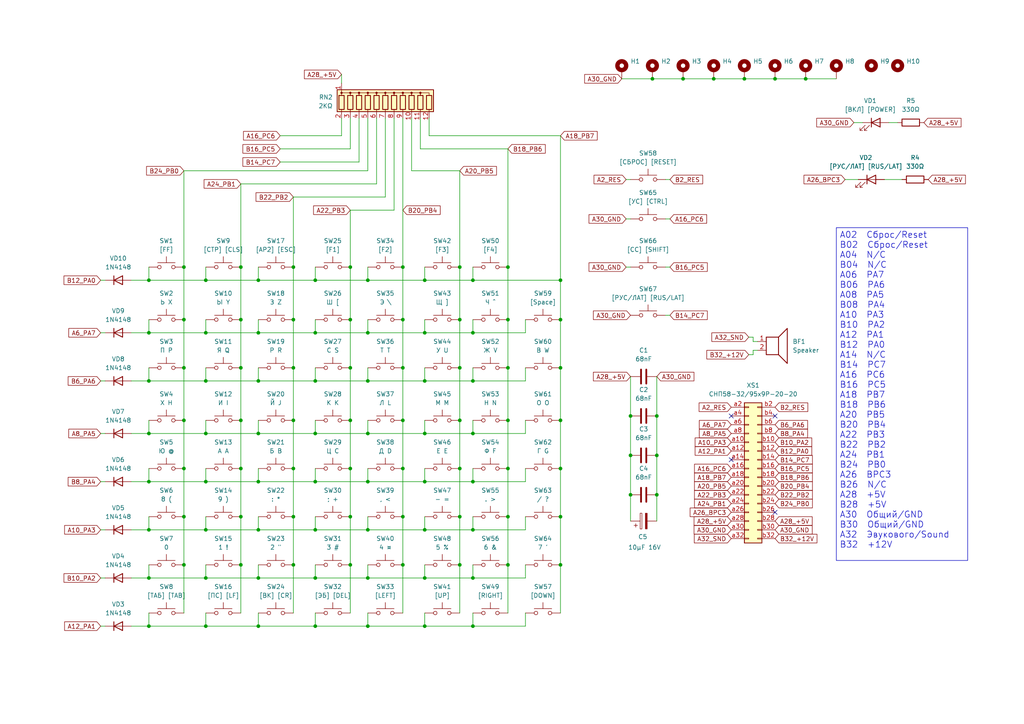
<source format=kicad_sch>
(kicad_sch (version 20250114) (generator "eeschema") (generator_version "9.0")
  (paper "A4")
  (title_block (title "Replacement Keyboad for УМПК-Р") (date "23-Mar-2025") (company "Brett Hallen") (comment 1 "www.youtube.com/@brfff"))
  (text_box "A02  Сброс/Reset\nB02  Сброс/Reset\nA04  N/C\nB04  N/C\nA06  PA7	\nB06  PA6\nA08  PA5\nB08  PA4\nA10  PA3\nB10  PA2\nA12  PA1\nB12  PA0\nA14  N/C\nB14  PC7\nA16  PC6\nB16  PC5\nA18  PB7\nB18  PB6\nA20  PB5\nB20  PB4\nA22  PB3\nB22  PB2\nA24  PB1\nB24  PB0\nA26  BPC3\nB26  N/C\nA28  +5V\nB28  +5V\nA30  Общий/GND\nB30  Общий/GND\nA32  Эвукового/Sound\nB32  +12V" (at 242.57 66.04 0) (size 38.1 96.52) (margins 0.9525 0.9525 0.9525 0.9525) (effects (font (size 1.8 1.8)) (justify left top)))
  (junction (at 85.09 106.68))
  (junction (at 106.68 81.28))
  (junction (at 43.18 81.28))
  (junction (at 69.85 106.68))
  (junction (at 137.16 81.28))
  (junction (at 162.56 135.89))
  (junction (at 91.44 125.73))
  (junction (at 147.32 163.83))
  (junction (at 43.18 110.49))
  (junction (at 91.44 153.67))
  (junction (at 137.16 139.7))
  (junction (at 53.34 106.68))
  (junction (at 69.85 149.86))
  (junction (at 106.68 181.61))
  (junction (at 59.69 110.49))
  (junction (at 116.84 121.92))
  (junction (at 116.84 92.71))
  (junction (at 215.9 22.86))
  (junction (at 74.93 125.73))
  (junction (at 91.44 110.49))
  (junction (at 69.85 77.47))
  (junction (at 43.18 153.67))
  (junction (at 116.84 135.89))
  (junction (at 59.69 139.7))
  (junction (at 101.6 135.89))
  (junction (at 43.18 167.64))
  (junction (at 101.6 149.86))
  (junction (at 101.6 163.83))
  (junction (at 59.69 181.61))
  (junction (at 91.44 139.7))
  (junction (at 133.35 149.86))
  (junction (at 53.34 163.83))
  (junction (at 53.34 121.92))
  (junction (at 116.84 149.86))
  (junction (at 123.19 181.61))
  (junction (at 162.56 81.28))
  (junction (at 74.93 167.64))
  (junction (at 74.93 96.52))
  (junction (at 147.32 77.47))
  (junction (at 224.79 22.86))
  (junction (at 137.16 110.49))
  (junction (at 190.5 143.51))
  (junction (at 106.68 110.49))
  (junction (at 43.18 139.7))
  (junction (at 85.09 149.86))
  (junction (at 137.16 96.52))
  (junction (at 162.56 92.71))
  (junction (at 147.32 92.71))
  (junction (at 147.32 149.86))
  (junction (at 147.32 121.92))
  (junction (at 182.88 120.65))
  (junction (at 59.69 96.52))
  (junction (at 123.19 96.52))
  (junction (at 85.09 121.92))
  (junction (at 116.84 163.83))
  (junction (at 182.88 143.51))
  (junction (at 162.56 106.68))
  (junction (at 162.56 163.83))
  (junction (at 101.6 121.92))
  (junction (at 133.35 121.92))
  (junction (at 43.18 181.61))
  (junction (at 116.84 106.68))
  (junction (at 101.6 92.71))
  (junction (at 91.44 181.61))
  (junction (at 207.01 22.86))
  (junction (at 74.93 81.28))
  (junction (at 116.84 77.47))
  (junction (at 69.85 163.83))
  (junction (at 233.68 22.86))
  (junction (at 123.19 167.64))
  (junction (at 69.85 92.71))
  (junction (at 91.44 167.64))
  (junction (at 137.16 153.67))
  (junction (at 91.44 81.28))
  (junction (at 69.85 135.89))
  (junction (at 59.69 153.67))
  (junction (at 74.93 181.61))
  (junction (at 106.68 153.67))
  (junction (at 123.19 153.67))
  (junction (at 162.56 149.86))
  (junction (at 43.18 96.52))
  (junction (at 53.34 77.47))
  (junction (at 59.69 81.28))
  (junction (at 123.19 81.28))
  (junction (at 53.34 149.86))
  (junction (at 162.56 121.92))
  (junction (at 123.19 139.7))
  (junction (at 190.5 132.08))
  (junction (at 74.93 110.49))
  (junction (at 123.19 110.49))
  (junction (at 133.35 135.89))
  (junction (at 85.09 163.83))
  (junction (at 133.35 77.47))
  (junction (at 101.6 106.68))
  (junction (at 106.68 167.64))
  (junction (at 59.69 167.64))
  (junction (at 69.85 121.92))
  (junction (at 147.32 106.68))
  (junction (at 147.32 135.89))
  (junction (at 85.09 92.71))
  (junction (at 133.35 106.68))
  (junction (at 106.68 125.73))
  (junction (at 91.44 96.52))
  (junction (at 53.34 135.89))
  (junction (at 85.09 135.89))
  (junction (at 74.93 139.7))
  (junction (at 182.88 132.08))
  (junction (at 133.35 163.83))
  (junction (at 101.6 77.47))
  (junction (at 53.34 92.71))
  (junction (at 106.68 139.7))
  (junction (at 137.16 125.73))
  (junction (at 85.09 77.47))
  (junction (at 137.16 167.64))
  (junction (at 189.23 22.86))
  (junction (at 137.16 181.61))
  (junction (at 43.18 125.73))
  (junction (at 123.19 125.73))
  (junction (at 59.69 125.73))
  (junction (at 190.5 120.65))
  (junction (at 133.35 92.71))
  (junction (at 198.12 22.86))
  (junction (at 74.93 153.67))
  (junction (at 106.68 96.52))
  (no_connect (at 224.79 148.59))
  (no_connect (at 224.79 120.65))
  (no_connect (at 212.09 120.65))
  (no_connect (at 212.09 133.35))
  (wire (pts (xy 74.93 106.68) (xy 74.93 110.49)))
  (wire (pts (xy 85.09 149.86) (xy 85.09 163.83)))
  (wire (pts (xy 147.32 43.18) (xy 147.32 77.47)))
  (wire (pts (xy 123.19 121.92) (xy 123.19 125.73)))
  (wire (pts (xy 147.32 149.86) (xy 147.32 163.83)))
  (wire (pts (xy 43.18 135.89) (xy 43.18 139.7)))
  (wire (pts (xy 101.6 77.47) (xy 101.6 60.96)))
  (wire (pts (xy 180.34 22.86) (xy 189.23 22.86)))
  (wire (pts (xy 106.68 49.53) (xy 53.34 49.53)))
  (wire (pts (xy 106.68 153.67) (xy 123.19 153.67)))
  (wire (pts (xy 137.16 163.83) (xy 137.16 167.64)))
  (wire (pts (xy 43.18 167.64) (xy 59.69 167.64)))
  (wire (pts (xy 137.16 121.92) (xy 137.16 125.73)))
  (wire (pts (xy 91.44 177.8) (xy 91.44 181.61)))
  (wire (pts (xy 85.09 77.47) (xy 85.09 57.15)))
  (wire (pts (xy 53.34 163.83) (xy 53.34 177.8)))
  (wire (pts (xy 101.6 149.86) (xy 101.6 163.83)))
  (wire (pts (xy 29.21 167.64) (xy 30.48 167.64)))
  (wire (pts (xy 162.56 163.83) (xy 162.56 177.8)))
  (wire (pts (xy 38.1 96.52) (xy 43.18 96.52)))
  (wire (pts (xy 81.28 46.99) (xy 104.14 46.99)))
  (wire (pts (xy 38.1 110.49) (xy 43.18 110.49)))
  (wire (pts (xy 116.84 92.71) (xy 116.84 106.68)))
  (wire (pts (xy 116.84 149.86) (xy 116.84 163.83)))
  (wire (pts (xy 43.18 125.73) (xy 59.69 125.73)))
  (wire (pts (xy 162.56 39.37) (xy 162.56 81.28)))
  (wire (pts (xy 215.9 22.86) (xy 224.79 22.86)))
  (wire (pts (xy 133.35 121.92) (xy 133.35 135.89)))
  (wire (pts (xy 152.4 181.61) (xy 152.4 177.8)))
  (wire (pts (xy 69.85 149.86) (xy 69.85 163.83)))
  (wire (pts (xy 106.68 34.29) (xy 106.68 49.53)))
  (wire (pts (xy 85.09 121.92) (xy 85.09 135.89)))
  (wire (pts (xy 53.34 121.92) (xy 53.34 135.89)))
  (wire (pts (xy 59.69 139.7) (xy 74.93 139.7)))
  (wire (pts (xy 162.56 81.28) (xy 162.56 92.71)))
  (wire (pts (xy 124.46 39.37) (xy 162.56 39.37)))
  (wire (pts (xy 69.85 53.34) (xy 109.22 53.34)))
  (wire (pts (xy 137.16 135.89) (xy 137.16 139.7)))
  (wire (pts (xy 193.04 91.44) (xy 194.31 91.44)))
  (wire (pts (xy 85.09 135.89) (xy 85.09 149.86)))
  (wire (pts (xy 137.16 149.86) (xy 137.16 153.67)))
  (wire (pts (xy 162.56 106.68) (xy 162.56 121.92)))
  (wire (pts (xy 137.16 181.61) (xy 152.4 181.61)))
  (wire (pts (xy 43.18 153.67) (xy 59.69 153.67)))
  (wire (pts (xy 74.93 163.83) (xy 74.93 167.64)))
  (wire (pts (xy 91.44 92.71) (xy 91.44 96.52)))
  (wire (pts (xy 133.35 163.83) (xy 133.35 177.8)))
  (wire (pts (xy 59.69 149.86) (xy 59.69 153.67)))
  (wire (pts (xy 59.69 181.61) (xy 74.93 181.61)))
  (wire (pts (xy 114.3 60.96) (xy 114.3 34.29)))
  (wire (pts (xy 101.6 92.71) (xy 101.6 106.68)))
  (wire (pts (xy 91.44 81.28) (xy 106.68 81.28)))
  (wire (pts (xy 162.56 121.92) (xy 162.56 135.89)))
  (wire (pts (xy 147.32 135.89) (xy 147.32 149.86)))
  (wire (pts (xy 116.84 163.83) (xy 116.84 177.8)))
  (wire (pts (xy 116.84 77.47) (xy 116.84 92.71)))
  (wire (pts (xy 194.31 63.5) (xy 193.04 63.5)))
  (wire (pts (xy 106.68 139.7) (xy 123.19 139.7)))
  (wire (pts (xy 137.16 153.67) (xy 152.4 153.67)))
  (wire (pts (xy 43.18 121.92) (xy 43.18 125.73)))
  (wire (pts (xy 218.44 102.87) (xy 218.44 101.6)))
  (wire (pts (xy 147.32 121.92) (xy 147.32 135.89)))
  (wire (pts (xy 74.93 121.92) (xy 74.93 125.73)))
  (wire (pts (xy 38.1 181.61) (xy 43.18 181.61)))
  (wire (pts (xy 101.6 135.89) (xy 101.6 149.86)))
  (wire (pts (xy 29.21 96.52) (xy 30.48 96.52)))
  (wire (pts (xy 106.68 125.73) (xy 123.19 125.73)))
  (wire (pts (xy 137.16 110.49) (xy 152.4 110.49)))
  (wire (pts (xy 69.85 106.68) (xy 69.85 121.92)))
  (wire (pts (xy 106.68 167.64) (xy 123.19 167.64)))
  (wire (pts (xy 152.4 125.73) (xy 152.4 121.92)))
  (wire (pts (xy 38.1 139.7) (xy 43.18 139.7)))
  (wire (pts (xy 218.44 99.06) (xy 219.71 99.06)))
  (wire (pts (xy 59.69 125.73) (xy 74.93 125.73)))
  (wire (pts (xy 53.34 92.71) (xy 53.34 106.68)))
  (wire (pts (xy 152.4 110.49) (xy 152.4 106.68)))
  (wire (pts (xy 123.19 96.52) (xy 137.16 96.52)))
  (wire (pts (xy 106.68 149.86) (xy 106.68 153.67)))
  (wire (pts (xy 69.85 121.92) (xy 69.85 135.89)))
  (wire (pts (xy 123.19 135.89) (xy 123.19 139.7)))
  (wire (pts (xy 91.44 121.92) (xy 91.44 125.73)))
  (wire (pts (xy 133.35 135.89) (xy 133.35 149.86)))
  (wire (pts (xy 106.68 110.49) (xy 123.19 110.49)))
  (wire (pts (xy 106.68 96.52) (xy 123.19 96.52)))
  (wire (pts (xy 133.35 106.68) (xy 133.35 121.92)))
  (wire (pts (xy 182.88 120.65) (xy 182.88 132.08)))
  (wire (pts (xy 29.21 110.49) (xy 30.48 110.49)))
  (wire (pts (xy 123.19 167.64) (xy 137.16 167.64)))
  (wire (pts (xy 162.56 135.89) (xy 162.56 149.86)))
  (wire (pts (xy 91.44 181.61) (xy 106.68 181.61)))
  (wire (pts (xy 43.18 139.7) (xy 59.69 139.7)))
  (wire (pts (xy 53.34 49.53) (xy 53.34 77.47)))
  (wire (pts (xy 59.69 92.71) (xy 59.69 96.52)))
  (wire (pts (xy 124.46 39.37) (xy 124.46 34.29)))
  (wire (pts (xy 74.93 177.8) (xy 74.93 181.61)))
  (wire (pts (xy 106.68 181.61) (xy 123.19 181.61)))
  (wire (pts (xy 69.85 135.89) (xy 69.85 149.86)))
  (wire (pts (xy 69.85 163.83) (xy 69.85 177.8)))
  (wire (pts (xy 123.19 139.7) (xy 137.16 139.7)))
  (wire (pts (xy 106.68 92.71) (xy 106.68 96.52)))
  (wire (pts (xy 116.84 135.89) (xy 116.84 149.86)))
  (wire (pts (xy 116.84 121.92) (xy 116.84 135.89)))
  (wire (pts (xy 29.21 125.73) (xy 30.48 125.73)))
  (wire (pts (xy 137.16 177.8) (xy 137.16 181.61)))
  (wire (pts (xy 250.19 35.56) (xy 247.65 35.56)))
  (wire (pts (xy 217.17 102.87) (xy 218.44 102.87)))
  (wire (pts (xy 190.5 132.08) (xy 190.5 143.51)))
  (wire (pts (xy 101.6 106.68) (xy 101.6 121.92)))
  (wire (pts (xy 74.93 149.86) (xy 74.93 153.67)))
  (wire (pts (xy 91.44 110.49) (xy 106.68 110.49)))
  (wire (pts (xy 248.92 52.07) (xy 245.11 52.07)))
  (wire (pts (xy 29.21 81.28) (xy 30.48 81.28)))
  (wire (pts (xy 218.44 101.6) (xy 219.71 101.6)))
  (wire (pts (xy 257.81 35.56) (xy 260.35 35.56)))
  (wire (pts (xy 59.69 106.68) (xy 59.69 110.49)))
  (wire (pts (xy 74.93 167.64) (xy 91.44 167.64)))
  (wire (pts (xy 101.6 163.83) (xy 101.6 177.8)))
  (wire (pts (xy 43.18 81.28) (xy 59.69 81.28)))
  (wire (pts (xy 74.93 96.52) (xy 91.44 96.52)))
  (wire (pts (xy 74.93 135.89) (xy 74.93 139.7)))
  (wire (pts (xy 137.16 92.71) (xy 137.16 96.52)))
  (wire (pts (xy 207.01 22.86) (xy 215.9 22.86)))
  (wire (pts (xy 69.85 77.47) (xy 69.85 92.71)))
  (wire (pts (xy 109.22 53.34) (xy 109.22 34.29)))
  (wire (pts (xy 137.16 139.7) (xy 152.4 139.7)))
  (wire (pts (xy 123.19 77.47) (xy 123.19 81.28)))
  (wire (pts (xy 69.85 77.47) (xy 69.85 53.34)))
  (wire (pts (xy 218.44 97.79) (xy 218.44 99.06)))
  (wire (pts (xy 121.92 43.18) (xy 147.32 43.18)))
  (wire (pts (xy 59.69 96.52) (xy 74.93 96.52)))
  (wire (pts (xy 133.35 77.47) (xy 133.35 92.71)))
  (wire (pts (xy 256.54 52.07) (xy 261.62 52.07)))
  (wire (pts (xy 147.32 163.83) (xy 147.32 177.8)))
  (wire (pts (xy 121.92 34.29) (xy 121.92 43.18)))
  (wire (pts (xy 137.16 81.28) (xy 162.56 81.28)))
  (wire (pts (xy 133.35 49.53) (xy 133.35 77.47)))
  (wire (pts (xy 74.93 110.49) (xy 91.44 110.49)))
  (wire (pts (xy 59.69 135.89) (xy 59.69 139.7)))
  (wire (pts (xy 85.09 163.83) (xy 85.09 177.8)))
  (wire (pts (xy 123.19 163.83) (xy 123.19 167.64)))
  (wire (pts (xy 147.32 77.47) (xy 147.32 92.71)))
  (wire (pts (xy 99.06 39.37) (xy 81.28 39.37)))
  (wire (pts (xy 85.09 77.47) (xy 85.09 92.71)))
  (wire (pts (xy 91.44 125.73) (xy 106.68 125.73)))
  (wire (pts (xy 116.84 106.68) (xy 116.84 121.92)))
  (wire (pts (xy 91.44 135.89) (xy 91.44 139.7)))
  (wire (pts (xy 59.69 163.83) (xy 59.69 167.64)))
  (wire (pts (xy 101.6 121.92) (xy 101.6 135.89)))
  (wire (pts (xy 194.31 52.07) (xy 193.04 52.07)))
  (wire (pts (xy 53.34 77.47) (xy 53.34 92.71)))
  (wire (pts (xy 91.44 106.68) (xy 91.44 110.49)))
  (wire (pts (xy 152.4 167.64) (xy 152.4 163.83)))
  (wire (pts (xy 74.93 153.67) (xy 91.44 153.67)))
  (wire (pts (xy 74.93 81.28) (xy 91.44 81.28)))
  (wire (pts (xy 43.18 106.68) (xy 43.18 110.49)))
  (wire (pts (xy 152.4 139.7) (xy 152.4 135.89)))
  (wire (pts (xy 106.68 81.28) (xy 123.19 81.28)))
  (wire (pts (xy 152.4 153.67) (xy 152.4 149.86)))
  (wire (pts (xy 101.6 43.18) (xy 81.28 43.18)))
  (wire (pts (xy 123.19 153.67) (xy 137.16 153.67)))
  (wire (pts (xy 59.69 153.67) (xy 74.93 153.67)))
  (wire (pts (xy 106.68 106.68) (xy 106.68 110.49)))
  (wire (pts (xy 29.21 139.7) (xy 30.48 139.7)))
  (wire (pts (xy 43.18 92.71) (xy 43.18 96.52)))
  (wire (pts (xy 181.61 63.5) (xy 182.88 63.5)))
  (wire (pts (xy 59.69 177.8) (xy 59.69 181.61)))
  (wire (pts (xy 85.09 92.71) (xy 85.09 106.68)))
  (wire (pts (xy 198.12 22.86) (xy 207.01 22.86)))
  (wire (pts (xy 91.44 139.7) (xy 106.68 139.7)))
  (wire (pts (xy 59.69 81.28) (xy 74.93 81.28)))
  (wire (pts (xy 147.32 106.68) (xy 147.32 121.92)))
  (wire (pts (xy 59.69 77.47) (xy 59.69 81.28)))
  (wire (pts (xy 43.18 177.8) (xy 43.18 181.61)))
  (wire (pts (xy 53.34 149.86) (xy 53.34 163.83)))
  (wire (pts (xy 59.69 110.49) (xy 74.93 110.49)))
  (wire (pts (xy 152.4 96.52) (xy 152.4 92.71)))
  (wire (pts (xy 74.93 125.73) (xy 91.44 125.73)))
  (wire (pts (xy 53.34 135.89) (xy 53.34 149.86)))
  (wire (pts (xy 123.19 181.61) (xy 137.16 181.61)))
  (wire (pts (xy 106.68 135.89) (xy 106.68 139.7)))
  (wire (pts (xy 74.93 92.71) (xy 74.93 96.52)))
  (wire (pts (xy 91.44 153.67) (xy 106.68 153.67)))
  (wire (pts (xy 137.16 167.64) (xy 152.4 167.64)))
  (wire (pts (xy 91.44 149.86) (xy 91.44 153.67)))
  (wire (pts (xy 43.18 77.47) (xy 43.18 81.28)))
  (wire (pts (xy 106.68 77.47) (xy 106.68 81.28)))
  (wire (pts (xy 111.76 57.15) (xy 111.76 34.29)))
  (wire (pts (xy 123.19 177.8) (xy 123.19 181.61)))
  (wire (pts (xy 137.16 106.68) (xy 137.16 110.49)))
  (wire (pts (xy 119.38 49.53) (xy 133.35 49.53)))
  (wire (pts (xy 181.61 52.07) (xy 182.88 52.07)))
  (wire (pts (xy 104.14 34.29) (xy 104.14 46.99)))
  (wire (pts (xy 74.93 139.7) (xy 91.44 139.7)))
  (wire (pts (xy 224.79 22.86) (xy 233.68 22.86)))
  (wire (pts (xy 137.16 96.52) (xy 152.4 96.52)))
  (wire (pts (xy 123.19 81.28) (xy 137.16 81.28)))
  (wire (pts (xy 123.19 149.86) (xy 123.19 153.67)))
  (wire (pts (xy 181.61 77.47) (xy 182.88 77.47)))
  (wire (pts (xy 69.85 92.71) (xy 69.85 106.68)))
  (wire (pts (xy 91.44 77.47) (xy 91.44 81.28)))
  (wire (pts (xy 106.68 121.92) (xy 106.68 125.73)))
  (wire (pts (xy 190.5 109.22) (xy 190.5 120.65)))
  (wire (pts (xy 91.44 163.83) (xy 91.44 167.64)))
  (wire (pts (xy 91.44 96.52) (xy 106.68 96.52)))
  (wire (pts (xy 123.19 106.68) (xy 123.19 110.49)))
  (wire (pts (xy 106.68 177.8) (xy 106.68 181.61)))
  (wire (pts (xy 147.32 92.71) (xy 147.32 106.68)))
  (wire (pts (xy 189.23 22.86) (xy 198.12 22.86)))
  (wire (pts (xy 29.21 181.61) (xy 30.48 181.61)))
  (wire (pts (xy 101.6 77.47) (xy 101.6 92.71)))
  (wire (pts (xy 29.21 153.67) (xy 30.48 153.67)))
  (wire (pts (xy 233.68 22.86) (xy 242.57 22.86)))
  (wire (pts (xy 53.34 106.68) (xy 53.34 121.92)))
  (wire (pts (xy 43.18 149.86) (xy 43.18 153.67)))
  (wire (pts (xy 116.84 34.29) (xy 116.84 77.47)))
  (wire (pts (xy 123.19 110.49) (xy 137.16 110.49)))
  (wire (pts (xy 38.1 167.64) (xy 43.18 167.64)))
  (wire (pts (xy 99.06 34.29) (xy 99.06 39.37)))
  (wire (pts (xy 137.16 125.73) (xy 152.4 125.73)))
  (wire (pts (xy 85.09 57.15) (xy 111.76 57.15)))
  (wire (pts (xy 85.09 106.68) (xy 85.09 121.92)))
  (wire (pts (xy 182.88 132.08) (xy 182.88 143.51)))
  (wire (pts (xy 99.06 21.59) (xy 99.06 24.13)))
  (wire (pts (xy 101.6 60.96) (xy 114.3 60.96)))
  (wire (pts (xy 106.68 163.83) (xy 106.68 167.64)))
  (wire (pts (xy 43.18 110.49) (xy 59.69 110.49)))
  (wire (pts (xy 133.35 149.86) (xy 133.35 163.83)))
  (wire (pts (xy 194.31 77.47) (xy 193.04 77.47)))
  (wire (pts (xy 59.69 167.64) (xy 74.93 167.64)))
  (wire (pts (xy 123.19 125.73) (xy 137.16 125.73)))
  (wire (pts (xy 182.88 109.22) (xy 182.88 120.65)))
  (wire (pts (xy 119.38 34.29) (xy 119.38 49.53)))
  (wire (pts (xy 74.93 181.61) (xy 91.44 181.61)))
  (wire (pts (xy 38.1 153.67) (xy 43.18 153.67)))
  (wire (pts (xy 162.56 149.86) (xy 162.56 163.83)))
  (wire (pts (xy 162.56 92.71) (xy 162.56 106.68)))
  (wire (pts (xy 59.69 121.92) (xy 59.69 125.73)))
  (wire (pts (xy 182.88 143.51) (xy 182.88 151.13)))
  (wire (pts (xy 74.93 77.47) (xy 74.93 81.28)))
  (wire (pts (xy 133.35 92.71) (xy 133.35 106.68)))
  (wire (pts (xy 43.18 163.83) (xy 43.18 167.64)))
  (wire (pts (xy 190.5 143.51) (xy 190.5 151.13)))
  (wire (pts (xy 38.1 125.73) (xy 43.18 125.73)))
  (wire (pts (xy 43.18 181.61) (xy 59.69 181.61)))
  (wire (pts (xy 43.18 96.52) (xy 59.69 96.52)))
  (wire (pts (xy 123.19 92.71) (xy 123.19 96.52)))
  (wire (pts (xy 217.17 97.79) (xy 218.44 97.79)))
  (wire (pts (xy 38.1 81.28) (xy 43.18 81.28)))
  (wire (pts (xy 91.44 167.64) (xy 106.68 167.64)))
  (wire (pts (xy 101.6 34.29) (xy 101.6 43.18)))
  (wire (pts (xy 137.16 77.47) (xy 137.16 81.28)))
  (wire (pts (xy 190.5 120.65) (xy 190.5 132.08)))
  (global_label "B12_PA0" (shape input) (at 224.79 130.81 0) (property "Intersheetrefs" "${INTERSHEET_REFS}" (effects (hide yes))))
  (global_label "A16_PC6" (shape input) (at 212.09 135.89 180) (property "Intersheetrefs" "${INTERSHEET_REFS}" (effects (hide yes))))
  (global_label "B32_+12V" (shape input) (at 224.79 156.21 0) (property "Intersheetrefs" "${INTERSHEET_REFS}" (effects (hide yes))))
  (global_label "A22_PB3" (shape input) (at 101.6 60.96 180) (property "Intersheetrefs" "${INTERSHEET_REFS}" (effects (hide yes))))
  (global_label "A6_PA7" (shape input) (at 212.09 123.19 180) (property "Intersheetrefs" "${INTERSHEET_REFS}" (effects (hide yes))))
  (global_label "A32_SND" (shape input) (at 212.09 156.21 180) (property "Intersheetrefs" "${INTERSHEET_REFS}" (effects (hide yes))))
  (global_label "B24_PB0" (shape input) (at 53.34 49.53 180) (property "Intersheetrefs" "${INTERSHEET_REFS}" (effects (hide yes))))
  (global_label "A30_GND" (shape input) (at 212.09 153.67 180) (property "Intersheetrefs" "${INTERSHEET_REFS}" (effects (hide yes))))
  (global_label "B2_RES" (shape input) (at 194.31 52.07 0) (property "Intersheetrefs" "${INTERSHEET_REFS}" (effects (hide yes))))
  (global_label "A26_BPC3" (shape input) (at 245.11 52.07 180) (property "Intersheetrefs" "${INTERSHEET_REFS}" (effects (hide yes))))
  (global_label "B20_PB4" (shape input) (at 224.79 140.97 0) (property "Intersheetrefs" "${INTERSHEET_REFS}" (effects (hide yes))))
  (global_label "B18_PB6" (shape input) (at 224.79 138.43 0) (property "Intersheetrefs" "${INTERSHEET_REFS}" (effects (hide yes))))
  (global_label "B20_PB4" (shape input) (at 116.84 60.96 0) (property "Intersheetrefs" "${INTERSHEET_REFS}" (effects (hide yes))))
  (global_label "A2_RES" (shape input) (at 212.09 118.11 180) (property "Intersheetrefs" "${INTERSHEET_REFS}" (effects (hide yes))))
  (global_label "A2_RES" (shape input) (at 181.61 52.07 180) (property "Intersheetrefs" "${INTERSHEET_REFS}" (effects (hide yes))))
  (global_label "B14_PC7" (shape input) (at 81.28 46.99 180) (property "Intersheetrefs" "${INTERSHEET_REFS}" (effects (hide yes))))
  (global_label "A30_GND" (shape input) (at 181.61 77.47 180) (property "Intersheetrefs" "${INTERSHEET_REFS}" (effects (hide yes))))
  (global_label "A10_PA3" (shape input) (at 29.21 153.67 180) (property "Intersheetrefs" "${INTERSHEET_REFS}" (effects (hide yes))))
  (global_label "B16_PC5" (shape input) (at 194.31 77.47 0) (property "Intersheetrefs" "${INTERSHEET_REFS}" (effects (hide yes))))
  (global_label "A28_+5V" (shape input) (at 224.79 151.13 0) (property "Intersheetrefs" "${INTERSHEET_REFS}" (effects (hide yes))))
  (global_label "B14_PC7" (shape input) (at 224.79 133.35 0) (property "Intersheetrefs" "${INTERSHEET_REFS}" (effects (hide yes))))
  (global_label "B12_PA0" (shape input) (at 29.21 81.28 180) (property "Intersheetrefs" "${INTERSHEET_REFS}" (effects (hide yes))))
  (global_label "A6_PA7" (shape input) (at 29.21 96.52 180) (property "Intersheetrefs" "${INTERSHEET_REFS}" (effects (hide yes))))
  (global_label "A18_PB7" (shape input) (at 162.56 39.37 0) (property "Intersheetrefs" "${INTERSHEET_REFS}" (effects (hide yes))))
  (global_label "B24_PB0" (shape input) (at 224.79 146.05 0) (property "Intersheetrefs" "${INTERSHEET_REFS}" (effects (hide yes))))
  (global_label "A12_PA1" (shape input) (at 29.21 181.61 180) (property "Intersheetrefs" "${INTERSHEET_REFS}" (effects (hide yes))))
  (global_label "A28_+5V" (shape input) (at 269.24 52.07 0) (property "Intersheetrefs" "${INTERSHEET_REFS}" (effects (hide yes))))
  (global_label "B22_PB2" (shape input) (at 224.79 143.51 0) (property "Intersheetrefs" "${INTERSHEET_REFS}" (effects (hide yes))))
  (global_label "B8_PA4" (shape input) (at 29.21 139.7 180) (property "Intersheetrefs" "${INTERSHEET_REFS}" (effects (hide yes))))
  (global_label "B2_RES" (shape input) (at 224.79 118.11 0) (property "Intersheetrefs" "${INTERSHEET_REFS}" (effects (hide yes))))
  (global_label "A28_+5V" (shape input) (at 267.97 35.56 0) (property "Intersheetrefs" "${INTERSHEET_REFS}" (effects (hide yes))))
  (global_label "A20_PB5" (shape input) (at 133.35 49.53 0) (property "Intersheetrefs" "${INTERSHEET_REFS}" (effects (hide yes))))
  (global_label "A24_PB1" (shape input) (at 69.85 53.34 180) (property "Intersheetrefs" "${INTERSHEET_REFS}" (effects (hide yes))))
  (global_label "A30_GND" (shape input) (at 180.34 22.86 180) (property "Intersheetrefs" "${INTERSHEET_REFS}" (effects (hide yes))))
  (global_label "B18_PB6" (shape input) (at 147.32 43.18 0) (property "Intersheetrefs" "${INTERSHEET_REFS}" (effects (hide yes))))
  (global_label "A16_PC6" (shape input) (at 81.28 39.37 180) (property "Intersheetrefs" "${INTERSHEET_REFS}" (effects (hide yes))))
  (global_label "B32_+12V" (shape input) (at 217.17 102.87 180) (property "Intersheetrefs" "${INTERSHEET_REFS}" (effects (hide yes))))
  (global_label "A30_GND" (shape input) (at 190.5 109.22 0) (property "Intersheetrefs" "${INTERSHEET_REFS}" (effects (hide yes))))
  (global_label "A26_BPC3" (shape input) (at 212.09 148.59 180) (property "Intersheetrefs" "${INTERSHEET_REFS}" (effects (hide yes))))
  (global_label "A12_PA1" (shape input) (at 212.09 130.81 180) (property "Intersheetrefs" "${INTERSHEET_REFS}" (effects (hide yes))))
  (global_label "A20_PB5" (shape input) (at 212.09 140.97 180) (property "Intersheetrefs" "${INTERSHEET_REFS}" (effects (hide yes))))
  (global_label "A30_GND" (shape input) (at 247.65 35.56 180) (property "Intersheetrefs" "${INTERSHEET_REFS}" (effects (hide yes))))
  (global_label "B22_PB2" (shape input) (at 85.09 57.15 180) (property "Intersheetrefs" "${INTERSHEET_REFS}" (effects (hide yes))))
  (global_label "B16_PC5" (shape input) (at 224.79 135.89 0) (property "Intersheetrefs" "${INTERSHEET_REFS}" (effects (hide yes))))
  (global_label "A28_+5V" (shape input) (at 99.06 21.59 180) (property "Intersheetrefs" "${INTERSHEET_REFS}" (effects (hide yes))))
  (global_label "A24_PB1" (shape input) (at 212.09 146.05 180) (property "Intersheetrefs" "${INTERSHEET_REFS}" (effects (hide yes))))
  (global_label "A30_GND" (shape input) (at 182.88 91.44 180) (property "Intersheetrefs" "${INTERSHEET_REFS}" (effects (hide yes))))
  (global_label "A30_GND" (shape input) (at 181.61 63.5 180) (property "Intersheetrefs" "${INTERSHEET_REFS}" (effects (hide yes))))
  (global_label "B8_PA4" (shape input) (at 224.79 125.73 0) (property "Intersheetrefs" "${INTERSHEET_REFS}" (effects (hide yes))))
  (global_label "A28_+5V" (shape input) (at 182.88 109.22 180) (property "Intersheetrefs" "${INTERSHEET_REFS}" (effects (hide yes))))
  (global_label "A28_+5V" (shape input) (at 212.09 151.13 180) (property "Intersheetrefs" "${INTERSHEET_REFS}" (effects (hide yes))))
  (global_label "A18_PB7" (shape input) (at 212.09 138.43 180) (property "Intersheetrefs" "${INTERSHEET_REFS}" (effects (hide yes))))
  (global_label "A32_SND" (shape input) (at 217.17 97.79 180) (property "Intersheetrefs" "${INTERSHEET_REFS}" (effects (hide yes))))
  (global_label "A16_PC6" (shape input) (at 194.31 63.5 0) (property "Intersheetrefs" "${INTERSHEET_REFS}" (effects (hide yes))))
  (global_label "A22_PB3" (shape input) (at 212.09 143.51 180) (property "Intersheetrefs" "${INTERSHEET_REFS}" (effects (hide yes))))
  (global_label "B6_PA6" (shape input) (at 224.79 123.19 0) (property "Intersheetrefs" "${INTERSHEET_REFS}" (effects (hide yes))))
  (global_label "B6_PA6" (shape input) (at 29.21 110.49 180) (property "Intersheetrefs" "${INTERSHEET_REFS}" (effects (hide yes))))
  (global_label "A8_PA5" (shape input) (at 29.21 125.73 180) (property "Intersheetrefs" "${INTERSHEET_REFS}" (effects (hide yes))))
  (global_label "B16_PC5" (shape input) (at 81.28 43.18 180) (property "Intersheetrefs" "${INTERSHEET_REFS}" (effects (hide yes))))
  (global_label "A8_PA5" (shape input) (at 212.09 125.73 180) (property "Intersheetrefs" "${INTERSHEET_REFS}" (effects (hide yes))))
  (global_label "A10_PA3" (shape input) (at 212.09 128.27 180) (property "Intersheetrefs" "${INTERSHEET_REFS}" (effects (hide yes))))
  (global_label "B10_PA2" (shape input) (at 224.79 128.27 0) (property "Intersheetrefs" "${INTERSHEET_REFS}" (effects (hide yes))))
  (global_label "B14_PC7" (shape input) (at 194.31 91.44 0) (property "Intersheetrefs" "${INTERSHEET_REFS}" (effects (hide yes))))
  (global_label "A30_GND" (shape input) (at 224.79 153.67 0) (property "Intersheetrefs" "${INTERSHEET_REFS}" (effects (hide yes))))
  (global_label "B10_PA2" (shape input) (at 29.21 167.64 180) (property "Intersheetrefs" "${INTERSHEET_REFS}" (effects (hide yes))))
  (symbol (lib_id "Switch:SW_Push") (at 80.01 106.68 0) (unit 1)
    (property "Reference" "SW19" (at 80.01 99.06 0))
    (property "Value" "Р R" (at 80.01 101.6 0))
    (property "Footprint" "PCM_Switch_Keyboard_Cherry_MX:SW_Cherry_MX_PCB_1.00u" (effects (hide yes)))
    (property "Description" "Push button switch, generic, two pins" (effects (hide yes)))
  )
  (symbol (lib_id "Switch:SW_Push") (at 48.26 177.8 0) (unit 1)
    (property "Reference" "SW8" (at 48.26 170.18 0))
    (property "Value" "[ТАБ] [TAB]" (at 48.26 172.72 0))
    (property "Footprint" "PCM_Switch_Keyboard_Cherry_MX:SW_Cherry_MX_PCB_1.00u" (effects (hide yes)))
    (property "Description" "Push button switch, generic, two pins" (effects (hide yes)))
  )
  (symbol (lib_id "Switch:SW_Push") (at 48.26 163.83 0) (unit 1)
    (property "Reference" "SW7" (at 48.26 156.21 0))
    (property "Value" "0" (at 48.26 158.75 0))
    (property "Footprint" "PCM_Switch_Keyboard_Cherry_MX:SW_Cherry_MX_PCB_1.00u" (effects (hide yes)))
    (property "Description" "Push button switch, generic, two pins" (effects (hide yes)))
  )
  (symbol (lib_id "Switch:SW_Push") (at 111.76 106.68 0) (unit 1)
    (property "Reference" "SW36" (at 111.76 99.06 0))
    (property "Value" "Т T" (at 111.76 101.6 0))
    (property "Footprint" "PCM_Switch_Keyboard_Cherry_MX:SW_Cherry_MX_PCB_1.00u" (effects (hide yes)))
    (property "Description" "Push button switch, generic, two pins" (effects (hide yes)))
  )
  (symbol (lib_id "Switch:SW_Push") (at 157.48 149.86 0) (unit 1)
    (property "Reference" "SW63" (at 157.48 142.24 0))
    (property "Value" "/ ?" (at 157.48 144.78 0))
    (property "Footprint" "PCM_Switch_Keyboard_Cherry_MX:SW_Cherry_MX_PCB_1.00u" (effects (hide yes)))
    (property "Description" "Push button switch, generic, two pins" (effects (hide yes)))
  )
  (symbol (lib_id "Switch:SW_Push") (at 111.76 163.83 0) (unit 1)
    (property "Reference" "SW40" (at 111.76 156.21 0))
    (property "Value" "4 ¤" (at 111.76 158.75 0))
    (property "Footprint" "PCM_Switch_Keyboard_Cherry_MX:SW_Cherry_MX_PCB_1.00u" (effects (hide yes)))
    (property "Description" "Push button switch, generic, two pins" (effects (hide yes)))
  )
  (symbol (lib_id "Switch:SW_Push") (at 187.96 91.44 0) (unit 1)
    (property "Reference" "SW67" (at 187.96 83.82 0))
    (property "Value" "[РУС/ЛАТ] [RUS/LAT]" (at 187.96 86.36 0))
    (property "Footprint" "PCM_Switch_Keyboard_Cherry_MX:SW_Cherry_MX_PCB_1.00u" (effects (hide yes)))
    (property "Description" "Push button switch, generic, two pins" (effects (hide yes)))
  )
  (symbol (lib_id "Mechanical:MountingHole") (at 252.73 19.05 0) (unit 1) (exclude_from_sim yes) (in_bom no)
    (property "Reference" "H9" (at 255.27 17.7799 0) (effects (justify left)))
    (property "Value" "MountingHole" (effects (hide yes)))
    (property "Footprint" "MountingHole:MountingHole_3.2mm_M3" (effects (hide yes)))
    (property "Description" "Mounting Hole without connection" (effects (hide yes)))
  )
  (symbol (lib_id "Switch:SW_Push") (at 111.76 135.89 0) (unit 1)
    (property "Reference" "SW38" (at 111.76 128.27 0))
    (property "Value" "Д D" (at 111.76 130.81 0))
    (property "Footprint" "PCM_Switch_Keyboard_Cherry_MX:SW_Cherry_MX_PCB_1.00u" (effects (hide yes)))
    (property "Description" "Push button switch, generic, two pins" (effects (hide yes)))
  )
  (symbol (lib_id "Switch:SW_Push") (at 96.52 177.8 0) (unit 1)
    (property "Reference" "SW32" (at 96.52 170.18 0))
    (property "Value" "[ЭБ] [DEL]" (at 96.52 172.72 0))
    (property "Footprint" "PCM_Switch_Keyboard_Cherry_MX:SW_Cherry_MX_PCB_1.00u" (effects (hide yes)))
    (property "Description" "Push button switch, generic, two pins" (effects (hide yes)))
  )
  (symbol (lib_id "Switch:SW_Push") (at 142.24 77.47 0) (unit 1)
    (property "Reference" "SW50" (at 142.24 69.85 0))
    (property "Value" "[F4]" (at 142.24 72.39 0))
    (property "Footprint" "PCM_Switch_Keyboard_Cherry_MX:SW_Cherry_MX_PCB_1.00u" (effects (hide yes)))
    (property "Description" "Push button switch, generic, two pins" (effects (hide yes)))
  )
  (symbol (lib_id "Switch:SW_Push") (at 128.27 77.47 0) (unit 1)
    (property "Reference" "SW42" (at 128.27 69.85 0))
    (property "Value" "[F3]" (at 128.27 72.39 0))
    (property "Footprint" "PCM_Switch_Keyboard_Cherry_MX:SW_Cherry_MX_PCB_1.00u" (effects (hide yes)))
    (property "Description" "Push button switch, generic, two pins" (effects (hide yes)))
  )
  (symbol (lib_id "Mechanical:MountingHole_Pad") (at 207.01 20.32 0) (unit 1) (exclude_from_sim yes) (in_bom no)
    (property "Reference" "H4" (at 209.55 17.7799 0) (effects (justify left)))
    (property "Value" "MountingHole_Pad" (effects (hide yes)))
    (property "Footprint" "MountingHole:MountingHole_3.2mm_M3_Pad" (effects (hide yes)))
    (property "Description" "Mounting Hole with connection" (effects (hide yes)))
  )
  (symbol (lib_id "Switch:SW_Push") (at 111.76 121.92 0) (unit 1)
    (property "Reference" "SW37" (at 111.76 114.3 0))
    (property "Value" "Л L" (at 111.76 116.84 0))
    (property "Footprint" "PCM_Switch_Keyboard_Cherry_MX:SW_Cherry_MX_PCB_1.00u" (effects (hide yes)))
    (property "Description" "Push button switch, generic, two pins" (effects (hide yes)))
  )
  (symbol (lib_id "Device:C") (at 186.69 143.51 90) (unit 1)
    (property "Reference" "C4" (at 186.69 135.89 90))
    (property "Value" "68nF" (at 186.69 138.43 90))
    (property "Footprint" "Capacitor_THT:C_Disc_D4.3mm_W1.9mm_P5.00mm" (effects (hide yes)))
    (property "Description" "Unpolarized capacitor" (effects (hide yes)))
  )
  (symbol (lib_id "Switch:SW_Push") (at 128.27 92.71 0) (unit 1)
    (property "Reference" "SW43" (at 128.27 85.09 0))
    (property "Value" "Щ ]" (at 128.27 87.63 0))
    (property "Footprint" "PCM_Switch_Keyboard_Cherry_MX:SW_Cherry_MX_PCB_1.00u" (effects (hide yes)))
    (property "Description" "Push button switch, generic, two pins" (effects (hide yes)))
  )
  (symbol (lib_id "Switch:SW_Push") (at 48.26 106.68 0) (unit 1)
    (property "Reference" "SW3" (at 48.26 99.06 0))
    (property "Value" "П P" (at 48.26 101.6 0))
    (property "Footprint" "PCM_Switch_Keyboard_Cherry_MX:SW_Cherry_MX_PCB_1.00u" (effects (hide yes)))
    (property "Description" "Push button switch, generic, two pins" (effects (hide yes)))
  )
  (symbol (lib_id "Switch:SW_Push") (at 157.48 163.83 0) (unit 1)
    (property "Reference" "SW64" (at 157.48 156.21 0))
    (property "Value" "7 '" (at 157.48 158.75 0))
    (property "Footprint" "PCM_Switch_Keyboard_Cherry_MX:SW_Cherry_MX_PCB_1.00u" (effects (hide yes)))
    (property "Description" "Push button switch, generic, two pins" (effects (hide yes)))
  )
  (symbol (lib_id "Device:R_Network11") (at 111.76 29.21 0) (unit 1)
    (property "Reference" "RN2" (at 96.52 28.1939 0) (effects (justify right)))
    (property "Value" "2KΩ" (at 96.52 30.7339 0) (effects (justify right)))
    (property "Footprint" "Resistor_THT:R_Array_SIP12" (effects (hide yes)))
    (property "Datasheet" "http://www.vishay.com/docs/31509/csc.pdf" (effects (hide yes)))
    (property "Description" "11 resistor network, star topology, bussed resistors, small symbol" (effects (hide yes)))
  )
  (symbol (lib_id "Device:D") (at 34.29 96.52 0) (unit 1)
    (property "Reference" "VD9" (at 34.29 90.17 0))
    (property "Value" "1N4148" (at 34.29 92.71 0))
    (property "Footprint" "Diode_THT:D_DO-35_SOD27_P7.62mm_Horizontal" (effects (hide yes)))
    (property "Description" "Diode" (effects (hide yes)))
    (property "Sim.Device" "D" (effects (hide yes)))
    (property "Sim.Pins" "1=K 2=A" (effects (hide yes)))
  )
  (symbol (lib_id "Switch:SW_Push") (at 142.24 149.86 0) (unit 1)
    (property "Reference" "SW55" (at 142.24 142.24 0))
    (property "Value" ". >" (at 142.24 144.78 0))
    (property "Footprint" "PCM_Switch_Keyboard_Cherry_MX:SW_Cherry_MX_PCB_1.00u" (effects (hide yes)))
    (property "Description" "Push button switch, generic, two pins" (effects (hide yes)))
  )
  (symbol (lib_id "Switch:SW_Push") (at 64.77 135.89 0) (unit 1)
    (property "Reference" "SW13" (at 64.77 128.27 0))
    (property "Value" "А A" (at 64.77 130.81 0))
    (property "Footprint" "PCM_Switch_Keyboard_Cherry_MX:SW_Cherry_MX_PCB_1.00u" (effects (hide yes)))
    (property "Description" "Push button switch, generic, two pins" (effects (hide yes)))
  )
  (symbol (lib_id "Switch:SW_Push") (at 64.77 177.8 0) (unit 1)
    (property "Reference" "SW16" (at 64.77 170.18 0))
    (property "Value" "[ПС] [LF]" (at 64.77 172.72 0))
    (property "Footprint" "PCM_Switch_Keyboard_Cherry_MX:SW_Cherry_MX_PCB_1.00u" (effects (hide yes)))
    (property "Description" "Push button switch, generic, two pins" (effects (hide yes)))
  )
  (symbol (lib_id "Device:D") (at 34.29 153.67 0) (unit 1)
    (property "Reference" "VD5" (at 34.29 147.32 0))
    (property "Value" "1N4148" (at 34.29 149.86 0))
    (property "Footprint" "Diode_THT:D_DO-35_SOD27_P7.62mm_Horizontal" (effects (hide yes)))
    (property "Description" "Diode" (effects (hide yes)))
    (property "Sim.Device" "D" (effects (hide yes)))
    (property "Sim.Pins" "1=K 2=A" (effects (hide yes)))
  )
  (symbol (lib_id "Connector:DIN41612_02x16_AB_EvenPins") (at 217.17 135.89 0) (unit 1)
    (property "Reference" "XS1" (at 218.44 111.76 0))
    (property "Value" "СНП58-32/95x9P-20-20" (at 218.44 114.3 0))
    (property "Footprint" "Connector_DIN:DIN41612_B_2x32_Female_Vertical_THT" (effects (hide yes)))
    (property "Description" "DIN41612 connector, double row (AB) even pins only, 02x16, script generated (kicad-library-utils/schlib/autogen/connector/)" (effects (hide yes)))
  )
  (symbol (lib_id "Switch:SW_Push") (at 64.77 121.92 0) (unit 1)
    (property "Reference" "SW12" (at 64.77 114.3 0))
    (property "Value" "И I" (at 64.77 116.84 0))
    (property "Footprint" "PCM_Switch_Keyboard_Cherry_MX:SW_Cherry_MX_PCB_1.00u" (effects (hide yes)))
    (property "Description" "Push button switch, generic, two pins" (effects (hide yes)))
  )
  (symbol (lib_id "Mechanical:MountingHole_Pad") (at 233.68 20.32 0) (unit 1) (exclude_from_sim yes) (in_bom no)
    (property "Reference" "H7" (at 236.22 17.7799 0) (effects (justify left)))
    (property "Value" "MountingHole_Pad" (effects (hide yes)))
    (property "Footprint" "MountingHole:MountingHole_3.2mm_M3_Pad" (effects (hide yes)))
    (property "Description" "Mounting Hole with connection" (effects (hide yes)))
  )
  (symbol (lib_id "Switch:SW_Push") (at 128.27 135.89 0) (unit 1)
    (property "Reference" "SW46" (at 128.27 128.27 0))
    (property "Value" "Е E" (at 128.27 130.81 0))
    (property "Footprint" "PCM_Switch_Keyboard_Cherry_MX:SW_Cherry_MX_PCB_1.00u" (effects (hide yes)))
    (property "Description" "Push button switch, generic, two pins" (effects (hide yes)))
  )
  (symbol (lib_id "Switch:SW_Push") (at 142.24 177.8 0) (unit 1)
    (property "Reference" "SW49" (at 142.24 170.18 0))
    (property "Value" "[RIGHT]" (at 142.24 172.72 0))
    (property "Footprint" "PCM_Switch_Keyboard_Cherry_MX:SW_Cherry_MX_PCB_1.00u" (effects (hide yes)))
    (property "Description" "Push button switch, generic, two pins" (effects (hide yes)))
  )
  (symbol (lib_id "Switch:SW_Push") (at 128.27 177.8 0) (unit 1)
    (property "Reference" "SW41" (at 128.27 170.18 0))
    (property "Value" "[UP]" (at 128.27 172.72 0))
    (property "Footprint" "PCM_Switch_Keyboard_Cherry_MX:SW_Cherry_MX_PCB_1.00u" (effects (hide yes)))
    (property "Description" "Push button switch, generic, two pins" (effects (hide yes)))
  )
  (symbol (lib_id "Mechanical:MountingHole") (at 260.35 19.05 0) (unit 1) (exclude_from_sim yes) (in_bom no)
    (property "Reference" "H10" (at 262.89 17.7799 0) (effects (justify left)))
    (property "Value" "MountingHole" (effects (hide yes)))
    (property "Footprint" "MountingHole:MountingHole_3.2mm_M3" (effects (hide yes)))
    (property "Description" "Mounting Hole without connection" (effects (hide yes)))
  )
  (symbol (lib_id "Mechanical:MountingHole_Pad") (at 224.79 20.32 0) (unit 1) (exclude_from_sim yes) (in_bom no)
    (property "Reference" "H6" (at 227.33 17.7799 0) (effects (justify left)))
    (property "Value" "MountingHole_Pad" (effects (hide yes)))
    (property "Footprint" "MountingHole:MountingHole_3.2mm_M3_Pad" (effects (hide yes)))
    (property "Description" "Mounting Hole with connection" (effects (hide yes)))
  )
  (symbol (lib_id "Device:D") (at 34.29 81.28 0) (unit 1)
    (property "Reference" "VD10" (at 34.29 74.93 0))
    (property "Value" "1N4148" (at 34.29 77.47 0))
    (property "Footprint" "Diode_THT:D_DO-35_SOD27_P7.62mm_Horizontal" (effects (hide yes)))
    (property "Description" "Diode" (effects (hide yes)))
    (property "Sim.Device" "D" (effects (hide yes)))
    (property "Sim.Pins" "1=K 2=A" (effects (hide yes)))
  )
  (symbol (lib_id "Switch:SW_Push") (at 48.26 92.71 0) (unit 1)
    (property "Reference" "SW2" (at 48.26 85.09 0))
    (property "Value" "Ь X" (at 48.26 87.63 0))
    (property "Footprint" "PCM_Switch_Keyboard_Cherry_MX:SW_Cherry_MX_PCB_1.00u" (effects (hide yes)))
    (property "Description" "Push button switch, generic, two pins" (effects (hide yes)))
  )
  (symbol (lib_id "Switch:SW_Push") (at 142.24 106.68 0) (unit 1)
    (property "Reference" "SW52" (at 142.24 99.06 0))
    (property "Value" "Ж V" (at 142.24 101.6 0))
    (property "Footprint" "PCM_Switch_Keyboard_Cherry_MX:SW_Cherry_MX_PCB_1.00u" (effects (hide yes)))
    (property "Description" "Push button switch, generic, two pins" (effects (hide yes)))
  )
  (symbol (lib_id "Device:Speaker") (at 224.79 99.06 0) (unit 1)
    (property "Reference" "BF1" (at 229.87 99.0599 0) (effects (justify left)))
    (property "Value" "Speaker" (at 229.87 101.5999 0) (effects (justify left)))
    (property "Footprint" "Connector_PinHeader_2.54mm:PinHeader_1x02_P2.54mm_Vertical" (effects (hide yes)))
    (property "Description" "Speaker" (effects (hide yes)))
  )
  (symbol (lib_id "Switch:SW_Push") (at 48.26 121.92 0) (unit 1)
    (property "Reference" "SW4" (at 48.26 114.3 0))
    (property "Value" "Х H" (at 48.26 116.84 0))
    (property "Footprint" "PCM_Switch_Keyboard_Cherry_MX:SW_Cherry_MX_PCB_1.00u" (effects (hide yes)))
    (property "Description" "Push button switch, generic, two pins" (effects (hide yes)))
  )
  (symbol (lib_id "Switch:SW_Push") (at 111.76 177.8 0) (unit 1)
    (property "Reference" "SW33" (at 111.76 170.18 0))
    (property "Value" "[LEFT]" (at 111.76 172.72 0))
    (property "Footprint" "PCM_Switch_Keyboard_Cherry_MX:SW_Cherry_MX_PCB_1.00u" (effects (hide yes)))
    (property "Description" "Push button switch, generic, two pins" (effects (hide yes)))
  )
  (symbol (lib_id "Device:D") (at 34.29 110.49 0) (unit 1)
    (property "Reference" "VD8" (at 34.29 104.14 0))
    (property "Value" "1N4148" (at 34.29 106.68 0))
    (property "Footprint" "Diode_THT:D_DO-35_SOD27_P7.62mm_Horizontal" (effects (hide yes)))
    (property "Description" "Diode" (effects (hide yes)))
    (property "Sim.Device" "D" (effects (hide yes)))
    (property "Sim.Pins" "1=K 2=A" (effects (hide yes)))
  )
  (symbol (lib_id "Switch:SW_Push") (at 96.52 92.71 0) (unit 1)
    (property "Reference" "SW26" (at 96.52 85.09 0))
    (property "Value" "Ш [" (at 96.52 87.63 0))
    (property "Footprint" "PCM_Switch_Keyboard_Cherry_MX:SW_Cherry_MX_PCB_1.00u" (effects (hide yes)))
    (property "Description" "Push button switch, generic, two pins" (effects (hide yes)))
  )
  (symbol (lib_id "Switch:SW_Push") (at 142.24 135.89 0) (unit 1)
    (property "Reference" "SW54" (at 142.24 128.27 0))
    (property "Value" "Ф F" (at 142.24 130.81 0))
    (property "Footprint" "PCM_Switch_Keyboard_Cherry_MX:SW_Cherry_MX_PCB_1.00u" (effects (hide yes)))
    (property "Description" "Push button switch, generic, two pins" (effects (hide yes)))
  )
  (symbol (lib_id "Device:D") (at 34.29 139.7 0) (unit 1)
    (property "Reference" "VD6" (at 34.29 133.35 0))
    (property "Value" "1N4148" (at 34.29 135.89 0))
    (property "Footprint" "Diode_THT:D_DO-35_SOD27_P7.62mm_Horizontal" (effects (hide yes)))
    (property "Description" "Diode" (effects (hide yes)))
    (property "Sim.Device" "D" (effects (hide yes)))
    (property "Sim.Pins" "1=K 2=A" (effects (hide yes)))
  )
  (symbol (lib_id "Device:LED") (at 254 35.56 0) (unit 1)
    (property "Reference" "VD1" (at 252.4125 29.21 0))
    (property "Value" "[ВКЛ] [POWER]" (at 252.4125 31.75 0))
    (property "Footprint" "LED_THT:LED_D5.0mm" (effects (hide yes)))
    (property "Description" "Light emitting diode" (effects (hide yes)))
    (property "Sim.Pins" "1=K 2=A" (effects (hide yes)))
  )
  (symbol (lib_id "Switch:SW_Push") (at 96.52 121.92 0) (unit 1)
    (property "Reference" "SW28" (at 96.52 114.3 0))
    (property "Value" "К K" (at 96.52 116.84 0))
    (property "Footprint" "PCM_Switch_Keyboard_Cherry_MX:SW_Cherry_MX_PCB_1.00u" (effects (hide yes)))
    (property "Description" "Push button switch, generic, two pins" (effects (hide yes)))
  )
  (symbol (lib_id "Switch:SW_Push") (at 128.27 121.92 0) (unit 1)
    (property "Reference" "SW45" (at 128.27 114.3 0))
    (property "Value" "М M" (at 128.27 116.84 0))
    (property "Footprint" "PCM_Switch_Keyboard_Cherry_MX:SW_Cherry_MX_PCB_1.00u" (effects (hide yes)))
    (property "Description" "Push button switch, generic, two pins" (effects (hide yes)))
  )
  (symbol (lib_id "Switch:SW_Push") (at 64.77 163.83 0) (unit 1)
    (property "Reference" "SW15" (at 64.77 156.21 0))
    (property "Value" "1 !" (at 64.77 158.75 0))
    (property "Footprint" "PCM_Switch_Keyboard_Cherry_MX:SW_Cherry_MX_PCB_1.00u" (effects (hide yes)))
    (property "Description" "Push button switch, generic, two pins" (effects (hide yes)))
  )
  (symbol (lib_id "Switch:SW_Push") (at 142.24 121.92 0) (unit 1)
    (property "Reference" "SW53" (at 142.24 114.3 0))
    (property "Value" "Н N" (at 142.24 116.84 0))
    (property "Footprint" "PCM_Switch_Keyboard_Cherry_MX:SW_Cherry_MX_PCB_1.00u" (effects (hide yes)))
    (property "Description" "Push button switch, generic, two pins" (effects (hide yes)))
  )
  (symbol (lib_id "Switch:SW_Push") (at 157.48 177.8 0) (unit 1)
    (property "Reference" "SW57" (at 157.48 170.18 0))
    (property "Value" "[DOWN]" (at 157.48 172.72 0))
    (property "Footprint" "PCM_Switch_Keyboard_Cherry_MX:SW_Cherry_MX_PCB_1.00u" (effects (hide yes)))
    (property "Description" "Push button switch, generic, two pins" (effects (hide yes)))
  )
  (symbol (lib_id "Device:R") (at 264.16 35.56 90) (unit 1)
    (property "Reference" "R5" (at 264.16 29.21 90))
    (property "Value" "330Ω" (at 264.16 31.75 90))
    (property "Footprint" "Resistor_THT:R_Axial_DIN0207_L6.3mm_D2.5mm_P7.62mm_Horizontal" (effects (hide yes)))
    (property "Description" "Resistor" (effects (hide yes)))
  )
  (symbol (lib_id "Switch:SW_Push") (at 64.77 92.71 0) (unit 1)
    (property "Reference" "SW10" (at 64.77 85.09 0))
    (property "Value" "Ы Y" (at 64.77 87.63 0))
    (property "Footprint" "PCM_Switch_Keyboard_Cherry_MX:SW_Cherry_MX_PCB_1.00u" (effects (hide yes)))
    (property "Description" "Push button switch, generic, two pins" (effects (hide yes)))
  )
  (symbol (lib_id "Mechanical:MountingHole_Pad") (at 189.23 20.32 0) (unit 1) (exclude_from_sim yes) (in_bom no)
    (property "Reference" "H2" (at 191.77 17.7799 0) (effects (justify left)))
    (property "Value" "MountingHole_Pad" (effects (hide yes)))
    (property "Footprint" "MountingHole:MountingHole_3.2mm_M3_Pad" (effects (hide yes)))
    (property "Description" "Mounting Hole with connection" (effects (hide yes)))
  )
  (symbol (lib_id "Switch:SW_Push") (at 48.26 135.89 0) (unit 1)
    (property "Reference" "SW5" (at 48.26 128.27 0))
    (property "Value" "Ю @" (at 48.26 130.81 0))
    (property "Footprint" "PCM_Switch_Keyboard_Cherry_MX:SW_Cherry_MX_PCB_1.00u" (effects (hide yes)))
    (property "Description" "Push button switch, generic, two pins" (effects (hide yes)))
  )
  (symbol (lib_id "Switch:SW_Push") (at 48.26 149.86 0) (unit 1)
    (property "Reference" "SW6" (at 48.26 142.24 0))
    (property "Value" "8 (" (at 48.26 144.78 0))
    (property "Footprint" "PCM_Switch_Keyboard_Cherry_MX:SW_Cherry_MX_PCB_1.00u" (effects (hide yes)))
    (property "Description" "Push button switch, generic, two pins" (effects (hide yes)))
  )
  (symbol (lib_id "Switch:SW_Push") (at 157.48 121.92 0) (unit 1)
    (property "Reference" "SW61" (at 157.48 114.3 0))
    (property "Value" "О O" (at 157.48 116.84 0))
    (property "Footprint" "PCM_Switch_Keyboard_Cherry_MX:SW_Cherry_MX_PCB_1.00u" (effects (hide yes)))
    (property "Description" "Push button switch, generic, two pins" (effects (hide yes)))
  )
  (symbol (lib_id "Device:R") (at 265.43 52.07 90) (unit 1)
    (property "Reference" "R4" (at 265.43 45.72 90))
    (property "Value" "330Ω" (at 265.43 48.26 90))
    (property "Footprint" "Resistor_THT:R_Axial_DIN0207_L6.3mm_D2.5mm_P7.62mm_Horizontal" (effects (hide yes)))
    (property "Description" "Resistor" (effects (hide yes)))
  )
  (symbol (lib_id "Switch:SW_Push") (at 80.01 177.8 0) (unit 1)
    (property "Reference" "SW24" (at 80.01 170.18 0))
    (property "Value" "[ВК] [CR]" (at 80.01 172.72 0))
    (property "Footprint" "PCM_Switch_Keyboard_Cherry_MX:SW_Cherry_MX_PCB_2.00u" (effects (hide yes)))
    (property "Description" "Push button switch, generic, two pins" (effects (hide yes)))
  )
  (symbol (lib_id "Switch:SW_Push") (at 128.27 106.68 0) (unit 1)
    (property "Reference" "SW44" (at 128.27 99.06 0))
    (property "Value" "У U" (at 128.27 101.6 0))
    (property "Footprint" "PCM_Switch_Keyboard_Cherry_MX:SW_Cherry_MX_PCB_1.00u" (effects (hide yes)))
    (property "Description" "Push button switch, generic, two pins" (effects (hide yes)))
  )
  (symbol (lib_id "Switch:SW_Push") (at 80.01 77.47 0) (unit 1)
    (property "Reference" "SW17" (at 80.01 69.85 0))
    (property "Value" "[АР2] [ESC]" (at 80.01 72.39 0))
    (property "Footprint" "PCM_Switch_Keyboard_Cherry_MX:SW_Cherry_MX_PCB_1.00u" (effects (hide yes)))
    (property "Description" "Push button switch, generic, two pins" (effects (hide yes)))
  )
  (symbol (lib_id "Switch:SW_Push") (at 187.96 77.47 0) (unit 1)
    (property "Reference" "SW66" (at 187.96 69.85 0))
    (property "Value" "[СС] [SHIFT]" (at 187.96 72.39 0))
    (property "Footprint" "PCM_Switch_Keyboard_Cherry_MX:SW_Cherry_MX_PCB_1.00u" (effects (hide yes)))
    (property "Description" "Push button switch, generic, two pins" (effects (hide yes)))
  )
  (symbol (lib_id "Switch:SW_Push") (at 142.24 92.71 0) (unit 1)
    (property "Reference" "SW51" (at 142.24 85.09 0))
    (property "Value" "Ч ^" (at 142.24 87.63 0))
    (property "Footprint" "PCM_Switch_Keyboard_Cherry_MX:SW_Cherry_MX_PCB_1.00u" (effects (hide yes)))
    (property "Description" "Push button switch, generic, two pins" (effects (hide yes)))
  )
  (symbol (lib_id "Device:D") (at 34.29 181.61 0) (unit 1)
    (property "Reference" "VD3" (at 34.29 175.26 0))
    (property "Value" "1N4148" (at 34.29 177.8 0))
    (property "Footprint" "Diode_THT:D_DO-35_SOD27_P7.62mm_Horizontal" (effects (hide yes)))
    (property "Description" "Diode" (effects (hide yes)))
    (property "Sim.Device" "D" (effects (hide yes)))
    (property "Sim.Pins" "1=K 2=A" (effects (hide yes)))
  )
  (symbol (lib_id "Device:C_Polarized") (at 186.69 151.13 90) (unit 1)
    (property "Reference" "C5" (at 186.436 155.702 90))
    (property "Value" "10µF 16V" (at 186.944 158.75 90))
    (property "Footprint" "Capacitor_THT:CP_Radial_D5.0mm_P2.50mm" (effects (hide yes)))
    (property "Description" "Polarized capacitor" (effects (hide yes)))
  )
  (symbol (lib_id "Switch:SW_Push") (at 96.52 106.68 0) (unit 1)
    (property "Reference" "SW27" (at 96.52 99.06 0))
    (property "Value" "С S" (at 96.52 101.6 0))
    (property "Footprint" "PCM_Switch_Keyboard_Cherry_MX:SW_Cherry_MX_PCB_1.00u" (effects (hide yes)))
    (property "Description" "Push button switch, generic, two pins" (effects (hide yes)))
  )
  (symbol (lib_id "Switch:SW_Push") (at 80.01 135.89 0) (unit 1)
    (property "Reference" "SW21" (at 80.01 128.27 0))
    (property "Value" "Б B" (at 80.01 130.81 0))
    (property "Footprint" "PCM_Switch_Keyboard_Cherry_MX:SW_Cherry_MX_PCB_1.00u" (effects (hide yes)))
    (property "Description" "Push button switch, generic, two pins" (effects (hide yes)))
  )
  (symbol (lib_id "Switch:SW_Push") (at 80.01 149.86 0) (unit 1)
    (property "Reference" "SW22" (at 80.01 142.24 0))
    (property "Value" ": *" (at 80.01 144.78 0))
    (property "Footprint" "PCM_Switch_Keyboard_Cherry_MX:SW_Cherry_MX_PCB_1.00u" (effects (hide yes)))
    (property "Description" "Push button switch, generic, two pins" (effects (hide yes)))
  )
  (symbol (lib_id "Device:D") (at 34.29 125.73 0) (unit 1)
    (property "Reference" "VD7" (at 34.29 119.38 0))
    (property "Value" "1N4148" (at 34.29 121.92 0))
    (property "Footprint" "Diode_THT:D_DO-35_SOD27_P7.62mm_Horizontal" (effects (hide yes)))
    (property "Description" "Diode" (effects (hide yes)))
    (property "Sim.Device" "D" (effects (hide yes)))
    (property "Sim.Pins" "1=K 2=A" (effects (hide yes)))
  )
  (symbol (lib_id "Mechanical:MountingHole_Pad") (at 242.57 20.32 0) (unit 1) (exclude_from_sim yes) (in_bom no)
    (property "Reference" "H8" (at 245.11 17.7799 0) (effects (justify left)))
    (property "Value" "MountingHole_Pad" (effects (hide yes)))
    (property "Footprint" "MountingHole:MountingHole_3.2mm_M3_Pad" (effects (hide yes)))
    (property "Description" "Mounting Hole with connection" (effects (hide yes)))
  )
  (symbol (lib_id "Switch:SW_Push") (at 128.27 149.86 0) (unit 1)
    (property "Reference" "SW47" (at 128.27 142.24 0))
    (property "Value" "- =" (at 128.27 144.78 0))
    (property "Footprint" "PCM_Switch_Keyboard_Cherry_MX:SW_Cherry_MX_PCB_1.00u" (effects (hide yes)))
    (property "Description" "Push button switch, generic, two pins" (effects (hide yes)))
  )
  (symbol (lib_id "Switch:SW_Push") (at 96.52 163.83 0) (unit 1)
    (property "Reference" "SW31" (at 96.52 156.21 0))
    (property "Value" "3 #" (at 96.52 158.75 0))
    (property "Footprint" "PCM_Switch_Keyboard_Cherry_MX:SW_Cherry_MX_PCB_1.00u" (effects (hide yes)))
    (property "Description" "Push button switch, generic, two pins" (effects (hide yes)))
  )
  (symbol (lib_id "Switch:SW_Push") (at 157.48 92.71 0) (unit 1)
    (property "Reference" "SW59" (at 157.48 85.09 0))
    (property "Value" "[Space]" (at 157.48 87.63 0))
    (property "Footprint" "PCM_Switch_Keyboard_Cherry_MX:SW_Cherry_MX_PCB_2.25u" (effects (hide yes)))
    (property "Description" "Push button switch, generic, two pins" (effects (hide yes)))
  )
  (symbol (lib_id "Switch:SW_Push") (at 80.01 121.92 0) (unit 1)
    (property "Reference" "SW20" (at 80.01 114.3 0))
    (property "Value" "Й J" (at 80.01 116.84 0))
    (property "Footprint" "PCM_Switch_Keyboard_Cherry_MX:SW_Cherry_MX_PCB_1.00u" (effects (hide yes)))
    (property "Description" "Push button switch, generic, two pins" (effects (hide yes)))
  )
  (symbol (lib_id "Switch:SW_Push") (at 96.52 149.86 0) (unit 1)
    (property "Reference" "SW30" (at 96.52 142.24 0))
    (property "Value" "; +" (at 96.52 144.78 0))
    (property "Footprint" "PCM_Switch_Keyboard_Cherry_MX:SW_Cherry_MX_PCB_1.00u" (effects (hide yes)))
    (property "Description" "Push button switch, generic, two pins" (effects (hide yes)))
  )
  (symbol (lib_id "Switch:SW_Push") (at 80.01 163.83 0) (unit 1)
    (property "Reference" "SW23" (at 80.01 156.21 0))
    (property "Value" "2 \"" (at 80.01 158.75 0))
    (property "Footprint" "PCM_Switch_Keyboard_Cherry_MX:SW_Cherry_MX_PCB_1.00u" (effects (hide yes)))
    (property "Description" "Push button switch, generic, two pins" (effects (hide yes)))
  )
  (symbol (lib_id "Device:C") (at 186.69 120.65 90) (unit 1)
    (property "Reference" "C2" (at 186.69 113.03 90))
    (property "Value" "68nF" (at 186.69 115.57 90))
    (property "Footprint" "Capacitor_THT:C_Disc_D4.3mm_W1.9mm_P5.00mm" (effects (hide yes)))
    (property "Description" "Unpolarized capacitor" (effects (hide yes)))
  )
  (symbol (lib_id "Switch:SW_Push") (at 96.52 135.89 0) (unit 1)
    (property "Reference" "SW29" (at 96.52 128.27 0))
    (property "Value" "Ц C" (at 96.52 130.81 0))
    (property "Footprint" "PCM_Switch_Keyboard_Cherry_MX:SW_Cherry_MX_PCB_1.00u" (effects (hide yes)))
    (property "Description" "Push button switch, generic, two pins" (effects (hide yes)))
  )
  (symbol (lib_id "Mechanical:MountingHole_Pad") (at 180.34 20.32 0) (unit 1) (exclude_from_sim yes) (in_bom no)
    (property "Reference" "H1" (at 182.88 17.7799 0) (effects (justify left)))
    (property "Value" "MountingHole_Pad" (effects (hide yes)))
    (property "Footprint" "MountingHole:MountingHole_3.2mm_M3_Pad" (effects (hide yes)))
    (property "Description" "Mounting Hole with connection" (effects (hide yes)))
  )
  (symbol (lib_id "Device:LED") (at 252.73 52.07 0) (unit 1)
    (property "Reference" "VD2" (at 251.1425 45.72 0))
    (property "Value" "[РУС/ЛАТ] [RUS/LAT]" (at 251.1425 48.26 0))
    (property "Footprint" "LED_THT:LED_D5.0mm" (effects (hide yes)))
    (property "Description" "Light emitting diode" (effects (hide yes)))
    (property "Sim.Pins" "1=K 2=A" (effects (hide yes)))
  )
  (symbol (lib_id "Device:C") (at 186.69 132.08 90) (unit 1)
    (property "Reference" "C3" (at 186.69 124.46 90))
    (property "Value" "68nF" (at 186.69 127 90))
    (property "Footprint" "Capacitor_THT:C_Disc_D4.3mm_W1.9mm_P5.00mm" (effects (hide yes)))
    (property "Description" "Unpolarized capacitor" (effects (hide yes)))
  )
  (symbol (lib_id "Switch:SW_Push") (at 187.96 63.5 0) (unit 1)
    (property "Reference" "SW65" (at 187.96 55.88 0))
    (property "Value" "[УС] [CTRL]" (at 187.96 58.42 0))
    (property "Footprint" "PCM_Switch_Keyboard_Cherry_MX:SW_Cherry_MX_PCB_1.00u" (effects (hide yes)))
    (property "Description" "Push button switch, generic, two pins" (effects (hide yes)))
  )
  (symbol (lib_id "Switch:SW_Push") (at 48.26 77.47 0) (unit 1)
    (property "Reference" "SW1" (at 48.26 69.85 0))
    (property "Value" "[FF]" (at 48.26 72.39 0))
    (property "Footprint" "PCM_Switch_Keyboard_Cherry_MX:SW_Cherry_MX_PCB_1.00u" (effects (hide yes)))
    (property "Description" "Push button switch, generic, two pins" (effects (hide yes)))
  )
  (symbol (lib_id "Switch:SW_Push") (at 111.76 92.71 0) (unit 1)
    (property "Reference" "SW35" (at 111.76 85.09 0))
    (property "Value" "Э \\" (at 111.76 87.63 0))
    (property "Footprint" "PCM_Switch_Keyboard_Cherry_MX:SW_Cherry_MX_PCB_1.00u" (effects (hide yes)))
    (property "Description" "Push button switch, generic, two pins" (effects (hide yes)))
  )
  (symbol (lib_id "Switch:SW_Push") (at 64.77 149.86 0) (unit 1)
    (property "Reference" "SW14" (at 64.77 142.24 0))
    (property "Value" "9 )" (at 64.77 144.78 0))
    (property "Footprint" "PCM_Switch_Keyboard_Cherry_MX:SW_Cherry_MX_PCB_1.00u" (effects (hide yes)))
    (property "Description" "Push button switch, generic, two pins" (effects (hide yes)))
  )
  (symbol (lib_id "Switch:SW_Push") (at 80.01 92.71 0) (unit 1)
    (property "Reference" "SW18" (at 80.01 85.09 0))
    (property "Value" "З Z" (at 80.01 87.63 0))
    (property "Footprint" "PCM_Switch_Keyboard_Cherry_MX:SW_Cherry_MX_PCB_1.00u" (effects (hide yes)))
    (property "Description" "Push button switch, generic, two pins" (effects (hide yes)))
  )
  (symbol (lib_id "Switch:SW_Push") (at 111.76 77.47 0) (unit 1)
    (property "Reference" "SW34" (at 111.76 69.85 0))
    (property "Value" "[F2]" (at 111.76 72.39 0))
    (property "Footprint" "PCM_Switch_Keyboard_Cherry_MX:SW_Cherry_MX_PCB_1.00u" (effects (hide yes)))
    (property "Description" "Push button switch, generic, two pins" (effects (hide yes)))
  )
  (symbol (lib_id "Switch:SW_Push") (at 187.96 52.07 0) (unit 1)
    (property "Reference" "SW58" (at 187.96 44.45 0))
    (property "Value" "[СБРОС] [RESET]" (at 187.96 46.99 0))
    (property "Footprint" "PCM_Switch_Keyboard_Cherry_MX:SW_Cherry_MX_PCB_1.00u" (effects (hide yes)))
    (property "Description" "Push button switch, generic, two pins" (effects (hide yes)))
  )
  (symbol (lib_id "Switch:SW_Push") (at 111.76 149.86 0) (unit 1)
    (property "Reference" "SW39" (at 111.76 142.24 0))
    (property "Value" ", <" (at 111.76 144.78 0))
    (property "Footprint" "PCM_Switch_Keyboard_Cherry_MX:SW_Cherry_MX_PCB_1.00u" (effects (hide yes)))
    (property "Description" "Push button switch, generic, two pins" (effects (hide yes)))
  )
  (symbol (lib_id "Mechanical:MountingHole_Pad") (at 215.9 20.32 0) (unit 1) (exclude_from_sim yes) (in_bom no)
    (property "Reference" "H5" (at 218.44 17.7799 0) (effects (justify left)))
    (property "Value" "MountingHole_Pad" (effects (hide yes)))
    (property "Footprint" "MountingHole:MountingHole_3.2mm_M3_Pad" (effects (hide yes)))
    (property "Description" "Mounting Hole with connection" (effects (hide yes)))
  )
  (symbol (lib_id "Switch:SW_Push") (at 96.52 77.47 0) (unit 1)
    (property "Reference" "SW25" (at 96.52 69.85 0))
    (property "Value" "[F1]" (at 96.52 72.39 0))
    (property "Footprint" "PCM_Switch_Keyboard_Cherry_MX:SW_Cherry_MX_PCB_1.00u" (effects (hide yes)))
    (property "Description" "Push button switch, generic, two pins" (effects (hide yes)))
  )
  (symbol (lib_id "Mechanical:MountingHole_Pad") (at 198.12 20.32 0) (unit 1) (exclude_from_sim yes) (in_bom no)
    (property "Reference" "H3" (at 200.66 17.7799 0) (effects (justify left)))
    (property "Value" "MountingHole_Pad" (effects (hide yes)))
    (property "Footprint" "MountingHole:MountingHole_3.2mm_M3_Pad" (effects (hide yes)))
    (property "Description" "Mounting Hole with connection" (effects (hide yes)))
  )
  (symbol (lib_id "Switch:SW_Push") (at 142.24 163.83 0) (unit 1)
    (property "Reference" "SW56" (at 142.24 156.21 0))
    (property "Value" "6 &" (at 142.24 158.75 0))
    (property "Footprint" "PCM_Switch_Keyboard_Cherry_MX:SW_Cherry_MX_PCB_1.00u" (effects (hide yes)))
    (property "Description" "Push button switch, generic, two pins" (effects (hide yes)))
  )
  (symbol (lib_id "Switch:SW_Push") (at 157.48 106.68 0) (unit 1)
    (property "Reference" "SW60" (at 157.48 99.06 0))
    (property "Value" "В W" (at 157.48 101.6 0))
    (property "Footprint" "PCM_Switch_Keyboard_Cherry_MX:SW_Cherry_MX_PCB_1.00u" (effects (hide yes)))
    (property "Description" "Push button switch, generic, two pins" (effects (hide yes)))
  )
  (symbol (lib_id "Switch:SW_Push") (at 64.77 77.47 0) (unit 1)
    (property "Reference" "SW9" (at 64.77 69.85 0))
    (property "Value" "[СТР] [CLS]" (at 64.77 72.39 0))
    (property "Footprint" "PCM_Switch_Keyboard_Cherry_MX:SW_Cherry_MX_PCB_1.00u" (effects (hide yes)))
    (property "Description" "Push button switch, generic, two pins" (effects (hide yes)))
  )
  (symbol (lib_id "Switch:SW_Push") (at 64.77 106.68 0) (unit 1)
    (property "Reference" "SW11" (at 64.77 99.06 0))
    (property "Value" "Я Q" (at 64.77 101.6 0))
    (property "Footprint" "PCM_Switch_Keyboard_Cherry_MX:SW_Cherry_MX_PCB_1.00u" (effects (hide yes)))
    (property "Description" "Push button switch, generic, two pins" (effects (hide yes)))
  )
  (symbol (lib_id "Device:D") (at 34.29 167.64 0) (unit 1)
    (property "Reference" "VD4" (at 34.29 161.29 0))
    (property "Value" "1N4148" (at 34.29 163.83 0))
    (property "Footprint" "Diode_THT:D_DO-35_SOD27_P7.62mm_Horizontal" (effects (hide yes)))
    (property "Description" "Diode" (effects (hide yes)))
    (property "Sim.Device" "D" (effects (hide yes)))
    (property "Sim.Pins" "1=K 2=A" (effects (hide yes)))
  )
  (symbol (lib_id "Device:C") (at 186.69 109.22 90) (unit 1)
    (property "Reference" "C1" (at 186.69 101.6 90))
    (property "Value" "68nF" (at 186.69 104.14 90))
    (property "Footprint" "Capacitor_THT:C_Disc_D4.3mm_W1.9mm_P5.00mm" (effects (hide yes)))
    (property "Description" "Unpolarized capacitor" (effects (hide yes)))
  )
  (symbol (lib_id "Switch:SW_Push") (at 128.27 163.83 0) (unit 1)
    (property "Reference" "SW48" (at 128.27 156.21 0))
    (property "Value" "5 %" (at 128.27 158.75 0))
    (property "Footprint" "PCM_Switch_Keyboard_Cherry_MX:SW_Cherry_MX_PCB_1.00u" (effects (hide yes)))
    (property "Description" "Push button switch, generic, two pins" (effects (hide yes)))
  )
  (symbol (lib_id "Switch:SW_Push") (at 157.48 135.89 0) (unit 1)
    (property "Reference" "SW62" (at 157.48 128.27 0))
    (property "Value" "Г G" (at 157.48 130.81 0))
    (property "Footprint" "PCM_Switch_Keyboard_Cherry_MX:SW_Cherry_MX_PCB_1.00u" (effects (hide yes)))
    (property "Description" "Push button switch, generic, two pins" (effects (hide yes)))
  )
)
</source>
